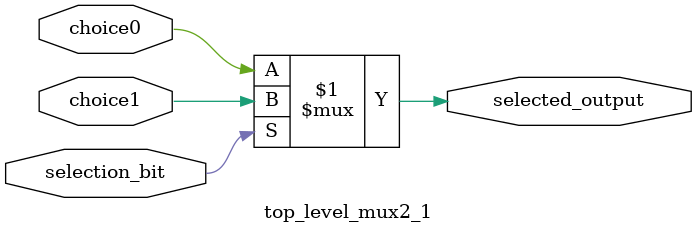
<source format=v>
module top_level_mux2_1 ( input choice0,
			  input  choice1,
			  input  selection_bit,
			  output selected_output);


   assign selected_output = selection_bit ? choice1 : choice0;

endmodule // top_level_mux2_1



</source>
